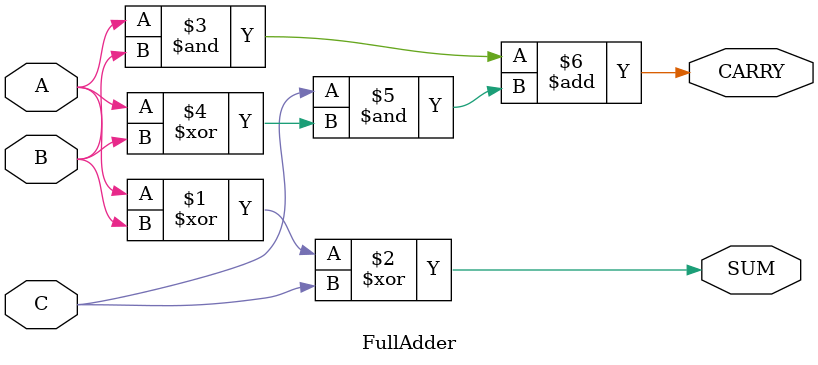
<source format=v>

module MULT(MULTIPLICAND, MULTIPLIER, OUT);

	//Input and output port declaration
	//two 8 bits input ports (MULTIPLICAND, MULTIPLIER) and one output port (OUT)
	input [7:0] MULTIPLICAND, MULTIPLIER;
	output [7:0] OUT;
	
	//Each wire represents a specific bit or carry value within the multiplication circuit

	//Carry bits for intermediate sums
	wire C0 [5:0];
	wire C1 [4:0];
	wire C2 [3:0];
	wire C3 [2:0];
	wire C4 [1:0];
	wire C5;
	
	//Intermediate sums
	wire sum0 [5:0];
	wire sum1 [4:0];
	wire sum2 [3:0];
	wire sum3 [2:0];
	wire sum4 [1:0];
	wire sum5;
	
	//The RESULT wire is an 8-bit wire that stores the final product before it is assigned to the output port OUT
	wire [7:0] RESULT;
	
	//First bit of RESULT can be directly set
	//This line calculates the first bit of the result, RESULT[0]. 
	//It is directly set as the logical AND of the MULTIPLIER and MULTIPLICAND inputs
	assign RESULT[0] = MULTIPLIER[0] & MULTIPLICAND[0];	
	
	
	//Full Adder array to calculate result by shifting and adding
	
	//Layer 0
	FullAdder FA0_0(MULTIPLIER[0] & MULTIPLICAND[1], MULTIPLIER[1] & MULTIPLICAND[0], 1'b0, RESULT[1], C0[0]);
	FullAdder FA0_1(MULTIPLIER[0] & MULTIPLICAND[2], MULTIPLIER[1] & MULTIPLICAND[1], C0[0], sum0[0], C0[1]);
	FullAdder FA0_2(MULTIPLIER[0] & MULTIPLICAND[3], MULTIPLIER[1] & MULTIPLICAND[2], C0[1], sum0[1], C0[2]);
	FullAdder FA0_3(MULTIPLIER[0] & MULTIPLICAND[4], MULTIPLIER[1] & MULTIPLICAND[3], C0[2], sum0[2], C0[3]);
	FullAdder FA0_4(MULTIPLIER[0] & MULTIPLICAND[5], MULTIPLIER[1] & MULTIPLICAND[4], C0[3], sum0[3], C0[4]);
	FullAdder FA0_5(MULTIPLIER[0] & MULTIPLICAND[6], MULTIPLIER[1] & MULTIPLICAND[5], C0[4], sum0[4], C0[5]);
	FullAdder FA0_6(MULTIPLIER[0] & MULTIPLICAND[7], MULTIPLIER[1] & MULTIPLICAND[6], C0[5], sum0[5], );
	
	//Layer 1
	FullAdder FA1_0(sum0[0], MULTIPLIER[2] & MULTIPLICAND[0], 1'b0, RESULT[2], C1[0]);
	FullAdder FA1_1(sum0[1], MULTIPLIER[2] & MULTIPLICAND[1], C1[0], sum1[0], C1[1]);
	FullAdder FA1_2(sum0[2], MULTIPLIER[2] & MULTIPLICAND[2], C1[1], sum1[1], C1[2]);
	FullAdder FA1_3(sum0[3], MULTIPLIER[2] & MULTIPLICAND[3], C1[2], sum1[2], C1[3]);
	FullAdder FA1_4(sum0[4], MULTIPLIER[2] & MULTIPLICAND[4], C1[3], sum1[3], C1[4]);
	FullAdder FA1_5(sum0[5], MULTIPLIER[2] & MULTIPLICAND[5], C1[4], sum1[4], );
	
	//Layer 2
	FullAdder FA2_0(sum1[0], MULTIPLIER[3] & MULTIPLICAND[0], 1'b0, RESULT[3], C2[0]);
	FullAdder FA2_1(sum1[1], MULTIPLIER[3] & MULTIPLICAND[1], C2[0], sum2[0], C2[1]);
	FullAdder FA2_2(sum1[2], MULTIPLIER[3] & MULTIPLICAND[2], C2[1], sum2[1], C2[2]);
	FullAdder FA2_3(sum1[3], MULTIPLIER[3] & MULTIPLICAND[3], C2[2], sum2[2], C2[3]);
	FullAdder FA2_4(sum1[4], MULTIPLIER[3] & MULTIPLICAND[4], C2[3], sum2[3], );
	
	//Layer 3
	FullAdder FA3_0(sum2[0], MULTIPLIER[4] & MULTIPLICAND[0], 1'b0, RESULT[4], C3[0]);
	FullAdder FA3_1(sum2[1], MULTIPLIER[4] & MULTIPLICAND[1], C3[0], sum3[0], C3[1]);
	FullAdder FA3_2(sum2[2], MULTIPLIER[4] & MULTIPLICAND[2], C3[1], sum3[1], C3[2]);
	FullAdder FA3_3(sum2[3], MULTIPLIER[4] & MULTIPLICAND[3], C3[2], sum3[2], );
	
	//Layer 4
	FullAdder FA4_0(sum3[0], MULTIPLIER[5] & MULTIPLICAND[0], 1'b0, RESULT[5], C4[0]);
	FullAdder FA4_1(sum3[1], MULTIPLIER[5] & MULTIPLICAND[1], C4[0], sum4[0], C4[1]);
	FullAdder FA4_2(sum3[2], MULTIPLIER[5] & MULTIPLICAND[2], C4[1], sum4[1], );
	
	//Layer 5
	FullAdder FA5_0(sum4[0], MULTIPLIER[6] & MULTIPLICAND[0], 1'b0, RESULT[6], C5);
	FullAdder FA5_1(sum4[1], MULTIPLIER[6] & MULTIPLICAND[1], C5, sum5, );
	
	//Layer 6
	FullAdder FA6_0(sum5, MULTIPLIER[7] & MULTIPLICAND[0], 1'b0, RESULT[7], );
	
	//Sending out result after #3 time unit delay
	assign #3 OUT = RESULT;

endmodule


//Full Adder
module FullAdder(A, B, C, SUM, CARRY);

	//Input and output port declaration
	input A, B, C;
	output SUM, CARRY;
	
	//Combinational logic for SUM and CARRY bit outputs
	assign SUM = (A ^ B ^ C);
	assign CARRY = (A & B) + (C & (A ^ B));

endmodule
</source>
